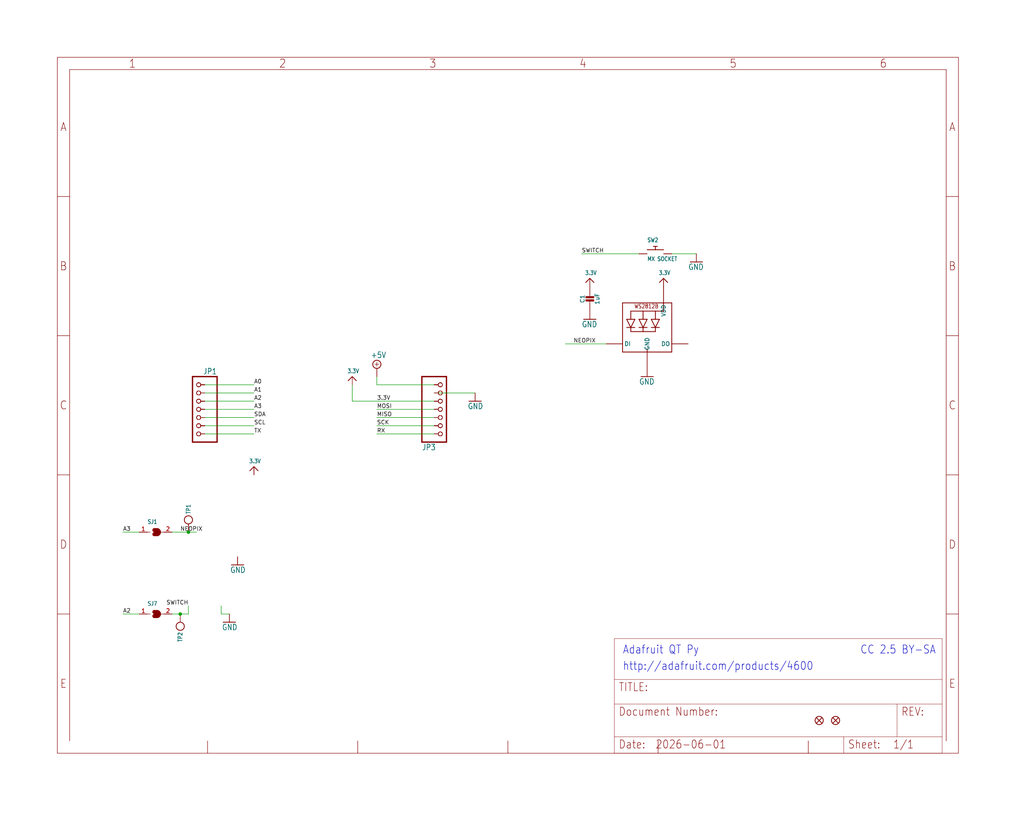
<source format=kicad_sch>
(kicad_sch (version 20230121) (generator eeschema)
  (paper "User" 317.5 254.127)
  (lib_symbols
    (symbol "working-eagle-import:+5V" (power)
      (property "Value" "+5V" (at -1.905 3.175 0))
      (symbol "+5V_1_0"
        (polyline (pts (xy -0.635 1.27) (xy 0.635 1.27)) (stroke (width 0.1524)))
        (polyline (pts (xy 0 0.635) (xy 0 1.905)) (stroke (width 0.1524)))
        (circle (center 0 1.27) (radius 1.27) (stroke (width 0.254)))
        (pin power_in line (at 0 -2.54 90) (length 2.54) (name "+5V") (number "1"))
      )
    )
    (symbol "working-eagle-import:3.3V" (power)
      (property "Value" "3.3V" (at -1.524 1.016 0))
      (symbol "3.3V_1_0"
        (polyline (pts (xy -1.27 -1.27) (xy 0 0)) (stroke (width 0.254)))
        (polyline (pts (xy 0 0) (xy 1.27 -1.27)) (stroke (width 0.254)))
        (pin power_in line (at 0 -2.54 90) (length 2.54) (name "3.3V") (number "1"))
      )
    )
    (symbol "working-eagle-import:CAP_CERAMIC0603_NO"
      (property "Reference" "C" (at -2.29 1.25 90))
      (symbol "CAP_CERAMIC0603_NO_1_0"
        (rectangle (start -1.27 0.508) (end 1.27 1.016) (fill (type outline)))
        (rectangle (start -1.27 1.524) (end 1.27 2.032) (fill (type outline)))
        (polyline (pts (xy 0 0.762) (xy 0 0)) (stroke (width 0.1524)))
        (polyline (pts (xy 0 2.54) (xy 0 1.778)) (stroke (width 0.1524)))
        (pin passive line (at 0 5.08 270) (length 2.54) (name "1") (number "1"))
        (pin passive line (at 0 -2.54 90) (length 2.54) (name "2") (number "2"))
      )
    )
    (symbol "working-eagle-import:FIDUCIAL_1MM"
      (symbol "FIDUCIAL_1MM_1_0"
        (polyline (pts (xy -0.762 0.762) (xy 0.762 -0.762)) (stroke (width 0.254)))
        (polyline (pts (xy 0.762 0.762) (xy -0.762 -0.762)) (stroke (width 0.254)))
        (circle (center 0 0) (radius 1.27) (stroke (width 0.254)))
      )
    )
    (symbol "working-eagle-import:FRAME_A_L"
      (symbol "FRAME_A_L_1_0"
        (polyline (pts (xy 0 43.18) (xy 3.81 43.18)))
        (polyline (pts (xy 0 86.36) (xy 3.81 86.36)))
        (polyline (pts (xy 0 129.54) (xy 3.81 129.54)))
        (polyline (pts (xy 0 172.72) (xy 3.81 172.72)))
        (polyline (pts (xy 3.81 3.81) (xy 3.81 212.09)))
        (polyline (pts (xy 46.5667 0) (xy 46.5667 3.81)))
        (polyline (pts (xy 93.1333 0) (xy 93.1333 3.81)))
        (polyline (pts (xy 139.7 0) (xy 139.7 3.81)))
        (polyline (pts (xy 186.2667 0) (xy 186.2667 3.81)))
        (polyline (pts (xy 232.8333 0) (xy 232.8333 3.81)))
        (polyline (pts (xy 275.59 3.81) (xy 275.59 212.09)))
        (polyline (pts (xy 275.59 43.18) (xy 279.4 43.18)))
        (polyline (pts (xy 275.59 86.36) (xy 279.4 86.36)))
        (polyline (pts (xy 275.59 129.54) (xy 279.4 129.54)))
        (polyline (pts (xy 275.59 172.72) (xy 279.4 172.72)))
        (polyline (pts (xy 275.59 212.09) (xy 3.81 212.09)))
        (polyline (pts (xy 0 0) (xy 279.4 0) (xy 279.4 215.9) (xy 0 215.9) (xy 0 0)))
        (text "1" (at 23.2833 213.995 0) (effects (font (size 2.54 2.286))))
        (text "2" (at 69.85 213.995 0) (effects (font (size 2.54 2.286))))
        (text "3" (at 116.4167 213.995 0) (effects (font (size 2.54 2.286))))
        (text "4" (at 162.9833 213.995 0) (effects (font (size 2.54 2.286))))
        (text "5" (at 209.55 213.995 0) (effects (font (size 2.54 2.286))))
        (text "6" (at 256.1167 213.995 0) (effects (font (size 2.54 2.286))))
        (text "A" (at 1.905 194.31 0) (effects (font (size 2.54 2.286))))
        (text "A" (at 277.495 194.31 0) (effects (font (size 2.54 2.286))))
        (text "B" (at 1.905 151.13 0) (effects (font (size 2.54 2.286))))
        (text "B" (at 277.495 151.13 0) (effects (font (size 2.54 2.286))))
        (text "C" (at 1.905 107.95 0) (effects (font (size 2.54 2.286))))
        (text "C" (at 277.495 107.95 0) (effects (font (size 2.54 2.286))))
        (text "D" (at 1.905 64.77 0) (effects (font (size 2.54 2.286))))
        (text "D" (at 277.495 64.77 0) (effects (font (size 2.54 2.286))))
        (text "E" (at 1.905 21.59 0) (effects (font (size 2.54 2.286))))
        (text "E" (at 277.495 21.59 0) (effects (font (size 2.54 2.286))))
      )
      (symbol "FRAME_A_L_2_0"
        (polyline (pts (xy 0 0) (xy 0 5.08)) (stroke (width 0.1016)))
        (polyline (pts (xy 0 0) (xy 71.12 0)) (stroke (width 0.1016)))
        (polyline (pts (xy 0 5.08) (xy 0 15.24)) (stroke (width 0.1016)))
        (polyline (pts (xy 0 5.08) (xy 71.12 5.08)) (stroke (width 0.1016)))
        (polyline (pts (xy 0 15.24) (xy 0 22.86)) (stroke (width 0.1016)))
        (polyline (pts (xy 0 22.86) (xy 0 35.56)) (stroke (width 0.1016)))
        (polyline (pts (xy 0 22.86) (xy 101.6 22.86)) (stroke (width 0.1016)))
        (polyline (pts (xy 71.12 0) (xy 101.6 0)) (stroke (width 0.1016)))
        (polyline (pts (xy 71.12 5.08) (xy 71.12 0)) (stroke (width 0.1016)))
        (polyline (pts (xy 71.12 5.08) (xy 87.63 5.08)) (stroke (width 0.1016)))
        (polyline (pts (xy 87.63 5.08) (xy 101.6 5.08)) (stroke (width 0.1016)))
        (polyline (pts (xy 87.63 15.24) (xy 0 15.24)) (stroke (width 0.1016)))
        (polyline (pts (xy 87.63 15.24) (xy 87.63 5.08)) (stroke (width 0.1016)))
        (polyline (pts (xy 101.6 5.08) (xy 101.6 0)) (stroke (width 0.1016)))
        (polyline (pts (xy 101.6 15.24) (xy 87.63 15.24)) (stroke (width 0.1016)))
        (polyline (pts (xy 101.6 15.24) (xy 101.6 5.08)) (stroke (width 0.1016)))
        (polyline (pts (xy 101.6 22.86) (xy 101.6 15.24)) (stroke (width 0.1016)))
        (polyline (pts (xy 101.6 35.56) (xy 0 35.56)) (stroke (width 0.1016)))
        (polyline (pts (xy 101.6 35.56) (xy 101.6 22.86)) (stroke (width 0.1016)))
        (text "${#}/${##}" (at 86.36 1.27 0) (effects (font (size 2.54 2.159)) (justify left bottom)))
        (text "${CURRENT_DATE}" (at 12.7 1.27 0) (effects (font (size 2.54 2.159)) (justify left bottom)))
        (text "${PROJECTNAME}" (at 17.78 19.05 0) (effects (font (size 2.54 2.159)) (justify left bottom)))
        (text "Date:" (at 1.27 1.27 0) (effects (font (size 2.54 2.159)) (justify left bottom)))
        (text "Document Number:" (at 1.27 11.43 0) (effects (font (size 2.54 2.159)) (justify left bottom)))
        (text "REV:" (at 88.9 11.43 0) (effects (font (size 2.54 2.159)) (justify left bottom)))
        (text "Sheet:" (at 72.39 1.27 0) (effects (font (size 2.54 2.159)) (justify left bottom)))
        (text "TITLE:" (at 1.27 19.05 0) (effects (font (size 2.54 2.159)) (justify left bottom)))
      )
    )
    (symbol "working-eagle-import:GND" (power)
      (property "Value" "GND" (at -2.54 -2.54 0))
      (symbol "GND_1_0"
        (polyline (pts (xy -1.905 0) (xy 1.905 0)) (stroke (width 0.254)))
        (pin power_in line (at 0 2.54 270) (length 2.54) (name "GND") (number "1"))
      )
    )
    (symbol "working-eagle-import:HEADER-1X7_CASTEL"
      (property "Reference" "JP" (at -6.35 10.795 0))
      (symbol "HEADER-1X7_CASTEL_1_0"
        (polyline (pts (xy -6.35 -10.16) (xy 1.27 -10.16)) (stroke (width 0.4064)))
        (polyline (pts (xy -6.35 10.16) (xy -6.35 -10.16)) (stroke (width 0.4064)))
        (polyline (pts (xy 1.27 -10.16) (xy 1.27 10.16)) (stroke (width 0.4064)))
        (polyline (pts (xy 1.27 10.16) (xy -6.35 10.16)) (stroke (width 0.4064)))
        (pin passive inverted (at -2.54 7.62 0) (length 2.54) (name "1") (number "1"))
        (pin passive inverted (at -2.54 7.62 0) (length 2.54) (name "1") (number "1C"))
        (pin passive inverted (at -2.54 5.08 0) (length 2.54) (name "2") (number "2"))
        (pin passive inverted (at -2.54 5.08 0) (length 2.54) (name "2") (number "2C"))
        (pin passive inverted (at -2.54 2.54 0) (length 2.54) (name "3") (number "3"))
        (pin passive inverted (at -2.54 2.54 0) (length 2.54) (name "3") (number "3C"))
        (pin passive inverted (at -2.54 0 0) (length 2.54) (name "4") (number "4"))
        (pin passive inverted (at -2.54 0 0) (length 2.54) (name "4") (number "4C"))
        (pin passive inverted (at -2.54 -2.54 0) (length 2.54) (name "5") (number "5"))
        (pin passive inverted (at -2.54 -2.54 0) (length 2.54) (name "5") (number "5C"))
        (pin passive inverted (at -2.54 -5.08 0) (length 2.54) (name "6") (number "6"))
        (pin passive inverted (at -2.54 -5.08 0) (length 2.54) (name "6") (number "6C"))
        (pin passive inverted (at -2.54 -7.62 0) (length 2.54) (name "7") (number "7"))
        (pin passive inverted (at -2.54 -7.62 0) (length 2.54) (name "7") (number "7C"))
      )
    )
    (symbol "working-eagle-import:SOLDERJUMPERCLOSED"
      (property "Reference" "SJ" (at -2.54 2.54 0))
      (symbol "SOLDERJUMPERCLOSED_1_0"
        (arc (start -0.381 -0.635) (mid 0.2541 -0.0001) (end -0.3808 0.635) (stroke (width 1.27)))
        (polyline (pts (xy -2.54 0) (xy -1.651 0)) (stroke (width 0.1524)))
        (polyline (pts (xy 2.54 0) (xy 1.651 0)) (stroke (width 0.1524)))
        (arc (start 0.3808 -0.635) (mid 1.0132 -0.0001) (end 0.381 0.635) (stroke (width 1.27)))
        (pin passive line (at -5.08 0 0) (length 2.54) (name "1") (number "1"))
        (pin passive line (at 5.08 0 180) (length 2.54) (name "2") (number "2"))
      )
    )
    (symbol "working-eagle-import:SWITCH_PUSHBUTTON_KAILH_SOCKET"
      (property "Reference" "SW" (at -2.54 3.556 0))
      (symbol "SWITCH_PUSHBUTTON_KAILH_SOCKET_1_0"
        (polyline (pts (xy -2.54 1.27) (xy 0 1.27)) (stroke (width 0.254)))
        (polyline (pts (xy -0.635 2.286) (xy 0 2.286)) (stroke (width 0.254)))
        (polyline (pts (xy 0 1.27) (xy 0 2.286)) (stroke (width 0.254)))
        (polyline (pts (xy 0 1.27) (xy 2.54 1.27)) (stroke (width 0.254)))
        (polyline (pts (xy 0 2.286) (xy 0.635 2.286)) (stroke (width 0.254)))
        (pin passive line (at -5.08 0 0) (length 2.54) (name "P$1") (number "1"))
        (pin passive line (at 5.08 0 180) (length 2.54) (name "P$2") (number "2"))
      )
    )
    (symbol "working-eagle-import:TESTPOINT1.5X2.0MM_NOCREAM"
      (property "Reference" "TP" (at 0 5.588 90))
      (symbol "TESTPOINT1.5X2.0MM_NOCREAM_1_0"
        (circle (center 0 3.81) (radius 1.27) (stroke (width 0.254)))
        (pin bidirectional line (at 0 0 90) (length 2.54) (name "P$1") (number "P$1"))
      )
    )
    (symbol "working-eagle-import:WS2812B_SK6812E"
      (symbol "WS2812B_SK6812E_1_0"
        (polyline (pts (xy -7.62 -5.08) (xy 0 -5.08)) (stroke (width 0.254)))
        (polyline (pts (xy -7.62 -2.54) (xy -7.62 -5.08)) (stroke (width 0.254)))
        (polyline (pts (xy -7.62 10.16) (xy -7.62 -2.54)) (stroke (width 0.254)))
        (polyline (pts (xy -6.35 2.54) (xy -5.08 2.54)) (stroke (width 0.254)))
        (polyline (pts (xy -6.35 5.08) (xy -5.08 5.08)) (stroke (width 0.254)))
        (polyline (pts (xy -5.08 2.54) (xy -6.35 5.08)) (stroke (width 0.254)))
        (polyline (pts (xy -5.08 2.54) (xy -5.08 1.27)) (stroke (width 0.254)))
        (polyline (pts (xy -5.08 2.54) (xy -3.81 5.08)) (stroke (width 0.254)))
        (polyline (pts (xy -5.08 5.08) (xy -3.81 5.08)) (stroke (width 0.254)))
        (polyline (pts (xy -5.08 7.62) (xy -5.08 5.08)) (stroke (width 0.254)))
        (polyline (pts (xy -3.81 2.54) (xy -5.08 2.54)) (stroke (width 0.254)))
        (polyline (pts (xy -2.54 2.54) (xy -1.27 2.54)) (stroke (width 0.254)))
        (polyline (pts (xy -2.54 5.08) (xy 0 5.08)) (stroke (width 0.254)))
        (polyline (pts (xy -1.27 1.27) (xy -5.08 1.27)) (stroke (width 0.254)))
        (polyline (pts (xy -1.27 2.54) (xy -2.54 5.08)) (stroke (width 0.254)))
        (polyline (pts (xy -1.27 2.54) (xy -1.27 1.27)) (stroke (width 0.254)))
        (polyline (pts (xy -1.27 2.54) (xy 0 2.54)) (stroke (width 0.254)))
        (polyline (pts (xy -1.27 5.08) (xy -1.27 7.62)) (stroke (width 0.254)))
        (polyline (pts (xy -1.27 7.62) (xy -5.08 7.62)) (stroke (width 0.254)))
        (polyline (pts (xy 0 -5.08) (xy 7.62 -5.08)) (stroke (width 0.254)))
        (polyline (pts (xy 0 -4.064) (xy 0 -5.08)) (stroke (width 0.254)))
        (polyline (pts (xy 0 5.08) (xy -1.27 2.54)) (stroke (width 0.254)))
        (polyline (pts (xy 1.27 5.08) (xy 2.54 2.54)) (stroke (width 0.254)))
        (polyline (pts (xy 1.27 5.08) (xy 2.54 5.08)) (stroke (width 0.254)))
        (polyline (pts (xy 2.54 1.27) (xy -1.27 1.27)) (stroke (width 0.254)))
        (polyline (pts (xy 2.54 2.54) (xy 1.27 2.54)) (stroke (width 0.254)))
        (polyline (pts (xy 2.54 2.54) (xy 2.54 1.27)) (stroke (width 0.254)))
        (polyline (pts (xy 2.54 2.54) (xy 3.81 2.54)) (stroke (width 0.254)))
        (polyline (pts (xy 2.54 2.54) (xy 3.81 5.08)) (stroke (width 0.254)))
        (polyline (pts (xy 2.54 5.08) (xy 2.54 7.62)) (stroke (width 0.254)))
        (polyline (pts (xy 2.54 7.62) (xy -1.27 7.62)) (stroke (width 0.254)))
        (polyline (pts (xy 2.54 7.62) (xy 5.08 7.62)) (stroke (width 0.254)))
        (polyline (pts (xy 3.81 5.08) (xy 2.54 5.08)) (stroke (width 0.254)))
        (polyline (pts (xy 5.08 10.16) (xy -7.62 10.16)) (stroke (width 0.254)))
        (polyline (pts (xy 5.08 10.16) (xy 5.08 7.62)) (stroke (width 0.254)))
        (polyline (pts (xy 7.62 -5.08) (xy 7.62 -2.54)) (stroke (width 0.254)))
        (polyline (pts (xy 7.62 -2.54) (xy 7.62 10.16)) (stroke (width 0.254)))
        (polyline (pts (xy 7.62 10.16) (xy 5.08 10.16)) (stroke (width 0.254)))
        (text "WS2812B" (at -4.064 8.382 0) (effects (font (size 1.27 1.0795)) (justify left bottom)))
        (pin power_in line (at 5.08 15.24 270) (length 5.08) (name "VDD") (number "1-VDD"))
        (pin output line (at 12.7 -2.54 180) (length 5.08) (name "DO") (number "2-DOUT"))
        (pin power_in line (at 0 -10.16 90) (length 5.08) (name "GND") (number "3-GND"))
        (pin input line (at -12.7 -2.54 0) (length 5.08) (name "DI") (number "4-DIN"))
      )
    )
  )
  (junction (at 58.42 165.1))
  (junction (at 55.88 190.5))
  (wire (pts (xy 58.42 165.1) (xy 53.34 165.1)) (stroke (width 0.1524)))
  (wire (pts (xy 60.96 165.1) (xy 58.42 165.1)) (stroke (width 0.1524)))
  (wire (pts (xy 116.84 127) (xy 134.62 127)) (stroke (width 0.1524)))
  (wire (pts (xy 63.5 132.08) (xy 78.74 132.08)) (stroke (width 0.1524)))
  (wire (pts (xy 187.96 106.68) (xy 175.26 106.68)) (stroke (width 0.1524)))
  (wire (pts (xy 43.18 190.5) (xy 38.1 190.5)) (stroke (width 0.1524)))
  (wire (pts (xy 134.62 124.46) (xy 109.22 124.46)) (stroke (width 0.1524)))
  (wire (pts (xy 68.58 187.96) (xy 68.58 190.5)) (stroke (width 0.1524)))
  (wire (pts (xy 134.62 119.38) (xy 116.84 119.38)) (stroke (width 0.1524)))
  (wire (pts (xy 55.88 190.5) (xy 53.34 190.5)) (stroke (width 0.1524)))
  (wire (pts (xy 78.74 129.54) (xy 63.5 129.54)) (stroke (width 0.1524)))
  (wire (pts (xy 78.74 124.46) (xy 63.5 124.46)) (stroke (width 0.1524)))
  (wire (pts (xy 68.58 190.5) (xy 71.12 190.5)) (stroke (width 0.1524)))
  (wire (pts (xy 63.5 127) (xy 78.74 127)) (stroke (width 0.1524)))
  (wire (pts (xy 116.84 132.08) (xy 134.62 132.08)) (stroke (width 0.1524)))
  (wire (pts (xy 116.84 119.38) (xy 116.84 116.84)) (stroke (width 0.1524)))
  (wire (pts (xy 109.22 124.46) (xy 109.22 119.38)) (stroke (width 0.1524)))
  (wire (pts (xy 58.42 187.96) (xy 58.42 190.5)) (stroke (width 0.1524)))
  (wire (pts (xy 43.18 165.1) (xy 38.1 165.1)) (stroke (width 0.1524)))
  (wire (pts (xy 134.62 129.54) (xy 116.84 129.54)) (stroke (width 0.1524)))
  (wire (pts (xy 215.9 78.74) (xy 208.28 78.74)) (stroke (width 0.1524)))
  (wire (pts (xy 134.62 121.92) (xy 147.32 121.92)) (stroke (width 0.1524)))
  (wire (pts (xy 58.42 190.5) (xy 55.88 190.5)) (stroke (width 0.1524)))
  (wire (pts (xy 63.5 119.38) (xy 78.74 119.38)) (stroke (width 0.1524)))
  (wire (pts (xy 78.74 134.62) (xy 63.5 134.62)) (stroke (width 0.1524)))
  (wire (pts (xy 63.5 121.92) (xy 78.74 121.92)) (stroke (width 0.1524)))
  (wire (pts (xy 134.62 134.62) (xy 116.84 134.62)) (stroke (width 0.1524)))
  (wire (pts (xy 198.12 78.74) (xy 180.34 78.74)) (stroke (width 0.1524)))
  (text "CC 2.5 BY-SA" (at 266.7 203.2 0) (effects (font (size 2.54 2.159)) (justify left bottom)))
  (text "Adafruit QT Py" (at 193.04 203.2 0) (effects (font (size 2.54 2.159)) (justify left bottom)))
  (text "http://adafruit.com/products/4600" (at 193.04 208.28 0) (effects (font (size 2.54 2.159)) (justify left bottom)))
  (label "SWITCH" (at 58.42 187.96 180) (effects (font (size 1.2446 1.2446))))
  (label "A3" (at 78.74 127 0) (effects (font (size 1.2446 1.2446))))
  (label "RX" (at 116.84 134.62 0) (effects (font (size 1.2446 1.2446))))
  (label "NEOPIX" (at 177.8 106.68 0) (effects (font (size 1.2446 1.2446))))
  (label "SCK" (at 116.84 132.08 0) (effects (font (size 1.2446 1.2446))))
  (label "A1" (at 78.74 121.92 0) (effects (font (size 1.2446 1.2446))))
  (label "A0" (at 78.74 119.38 0) (effects (font (size 1.2446 1.2446))))
  (label "MOSI" (at 116.84 127 0) (effects (font (size 1.2446 1.2446))))
  (label "SCL" (at 78.74 132.08 0) (effects (font (size 1.2446 1.2446))))
  (label "SDA" (at 78.74 129.54 0) (effects (font (size 1.2446 1.2446))))
  (label "SWITCH" (at 180.34 78.74 0) (effects (font (size 1.2446 1.2446))))
  (label "A2" (at 78.74 124.46 0) (effects (font (size 1.2446 1.2446))))
  (label "3.3V" (at 116.84 124.46 0) (effects (font (size 1.2446 1.2446))))
  (label "MISO" (at 116.84 129.54 0) (effects (font (size 1.2446 1.2446))))
  (label "A3" (at 38.1 165.1 0) (effects (font (size 1.2446 1.2446))))
  (label "A2" (at 38.1 190.5 0) (effects (font (size 1.2446 1.2446))))
  (label "NEOPIX" (at 55.88 165.1 0) (effects (font (size 1.2446 1.2446))))
  (label "TX" (at 78.74 134.62 0) (effects (font (size 1.2446 1.2446))))
  (symbol (lib_id "working-eagle-import:TESTPOINT1.5X2.0MM_NOCREAM") (at 55.88 190.5 180) (unit 1)
    (property "Reference" "TP2" (at 55.88 196.088 90) (effects (font (size 1.27 1.0795)) (justify left)))
    (property "Value" "TESTPOINT1.5X2.0MM_NOCREAM" (effects hide))
    (property "Footprint" "working:PAD-1.5X2.0" (effects hide))
  )
  (symbol (lib_id "working-eagle-import:+5V") (at 116.84 114.3 0) (unit 1)
    (property "Reference" "#SUPPLY3" (effects hide))
    (property "Value" "+5V" (at 114.935 111.125 0) (effects (font (size 1.778 1.5113)) (justify left bottom)))
  )
  (symbol (lib_id "working-eagle-import:SWITCH_PUSHBUTTON_KAILH_SOCKET") (at 203.2 78.74 0) (unit 1)
    (property "Reference" "SW2" (at 200.66 75.184 0) (effects (font (size 1.27 1.0795)) (justify left bottom)))
    (property "Value" "MX SOCKET" (at 200.66 81.026 0) (effects (font (size 1.27 1.0795)) (justify left bottom)))
    (property "Footprint" "working:KAILH_SOCKET" (effects hide))
    (property "XOFFSET" "-.75" (effects hide))
  )
  (symbol (lib_id "working-eagle-import:FIDUCIAL_1MM") (at 259.08 223.52 0) (unit 1)
    (property "Reference" "U$6" (effects hide))
    (property "Value" "FIDUCIAL_1MM" (effects hide))
    (property "Footprint" "working:FIDUCIAL_1MM" (effects hide))
  )
  (symbol (lib_id "working-eagle-import:SOLDERJUMPERCLOSED") (at 48.26 190.5 0) (unit 1)
    (property "Reference" "SJ7" (at 45.72 187.96 0) (effects (font (size 1.27 1.0795)) (justify left bottom)))
    (property "Value" "SOLDERJUMPERCLOSED" (effects hide))
    (property "Footprint" "working:SOLDERJUMPER_CLOSEDWIRE" (effects hide))
  )
  (symbol (lib_id "working-eagle-import:GND") (at 200.66 116.84 0) (unit 1)
    (property "Reference" "#GND4" (effects hide))
    (property "Value" "GND" (at 198.12 119.38 0) (effects (font (size 1.778 1.5113)) (justify left bottom)))
  )
  (symbol (lib_id "working-eagle-import:3.3V") (at 182.88 86.36 0) (unit 1)
    (property "Reference" "#U$9" (effects hide))
    (property "Value" "3.3V" (at 181.356 85.344 0) (effects (font (size 1.27 1.0795)) (justify left bottom)))
  )
  (symbol (lib_id "working-eagle-import:FRAME_A_L") (at 17.78 233.68 0) (unit 1)
    (property "Reference" "#FRAME1" (effects hide))
    (property "Value" "FRAME_A_L" (effects hide))
  )
  (symbol (lib_id "working-eagle-import:GND") (at 182.88 99.06 0) (unit 1)
    (property "Reference" "#GND6" (effects hide))
    (property "Value" "GND" (at 180.34 101.6 0) (effects (font (size 1.778 1.5113)) (justify left bottom)))
  )
  (symbol (lib_id "working-eagle-import:GND") (at 73.66 175.26 0) (mirror y) (unit 1)
    (property "Reference" "#GND1" (effects hide))
    (property "Value" "GND" (at 76.2 177.8 0) (effects (font (size 1.778 1.5113)) (justify left bottom)))
  )
  (symbol (lib_id "working-eagle-import:GND") (at 215.9 81.28 0) (unit 1)
    (property "Reference" "#GND5" (effects hide))
    (property "Value" "GND" (at 213.36 83.82 0) (effects (font (size 1.778 1.5113)) (justify left bottom)))
  )
  (symbol (lib_id "working-eagle-import:SOLDERJUMPERCLOSED") (at 48.26 165.1 0) (unit 1)
    (property "Reference" "SJ1" (at 45.72 162.56 0) (effects (font (size 1.27 1.0795)) (justify left bottom)))
    (property "Value" "SOLDERJUMPERCLOSED" (effects hide))
    (property "Footprint" "working:SOLDERJUMPER_CLOSEDWIRE" (effects hide))
  )
  (symbol (lib_id "working-eagle-import:TESTPOINT1.5X2.0MM_NOCREAM") (at 58.42 165.1 0) (unit 1)
    (property "Reference" "TP1" (at 58.42 159.512 90) (effects (font (size 1.27 1.0795)) (justify left)))
    (property "Value" "TESTPOINT1.5X2.0MM_NOCREAM" (effects hide))
    (property "Footprint" "working:PAD-1.5X2.0" (effects hide))
  )
  (symbol (lib_id "working-eagle-import:GND") (at 147.32 124.46 0) (mirror y) (unit 1)
    (property "Reference" "#GND2" (effects hide))
    (property "Value" "GND" (at 149.86 127 0) (effects (font (size 1.778 1.5113)) (justify left bottom)))
  )
  (symbol (lib_id "working-eagle-import:HEADER-1X7_CASTEL") (at 60.96 127 0) (mirror y) (unit 1)
    (property "Reference" "JP1" (at 67.31 116.205 0) (effects (font (size 1.778 1.5113)) (justify left bottom)))
    (property "Value" "HEADER-1X7_CASTEL" (effects hide))
    (property "Footprint" "working:1X07_CASTEL" (effects hide))
  )
  (symbol (lib_id "working-eagle-import:3.3V") (at 78.74 144.78 0) (unit 1)
    (property "Reference" "#U$1" (effects hide))
    (property "Value" "3.3V" (at 77.216 143.764 0) (effects (font (size 1.27 1.0795)) (justify left bottom)))
  )
  (symbol (lib_id "working-eagle-import:FRAME_A_L") (at 190.5 233.68 0) (unit 2)
    (property "Reference" "#FRAME1" (effects hide))
    (property "Value" "FRAME_A_L" (effects hide))
  )
  (symbol (lib_id "working-eagle-import:3.3V") (at 109.22 116.84 0) (unit 1)
    (property "Reference" "#U$4" (effects hide))
    (property "Value" "3.3V" (at 107.696 115.824 0) (effects (font (size 1.27 1.0795)) (justify left bottom)))
  )
  (symbol (lib_id "working-eagle-import:GND") (at 71.12 193.04 0) (mirror y) (unit 1)
    (property "Reference" "#GND3" (effects hide))
    (property "Value" "GND" (at 73.66 195.58 0) (effects (font (size 1.778 1.5113)) (justify left bottom)))
  )
  (symbol (lib_id "working-eagle-import:WS2812B_SK6812E") (at 200.66 104.14 0) (unit 1)
    (property "Reference" "LED2" (effects hide))
    (property "Value" "WS2812B_SK6812E" (effects hide))
    (property "Footprint" "working:NEO3535_REVERSE" (effects hide))
  )
  (symbol (lib_id "working-eagle-import:3.3V") (at 205.74 86.36 0) (unit 1)
    (property "Reference" "#U$10" (effects hide))
    (property "Value" "3.3V" (at 204.216 85.344 0) (effects (font (size 1.27 1.0795)) (justify left bottom)))
  )
  (symbol (lib_id "working-eagle-import:CAP_CERAMIC0603_NO") (at 182.88 93.98 0) (unit 1)
    (property "Reference" "C1" (at 180.59 92.73 90))
    (property "Value" "1uF" (at 185.18 92.73 90))
    (property "Footprint" "working:0603-NO" (effects hide))
  )
  (symbol (lib_id "working-eagle-import:HEADER-1X7_CASTEL") (at 137.16 127 0) (mirror x) (unit 1)
    (property "Reference" "JP3" (at 130.81 137.795 0) (effects (font (size 1.778 1.5113)) (justify left bottom)))
    (property "Value" "HEADER-1X7_CASTEL" (effects hide))
    (property "Footprint" "working:1X07_CASTEL" (effects hide))
  )
  (symbol (lib_id "working-eagle-import:FIDUCIAL_1MM") (at 254 223.52 0) (unit 1)
    (property "Reference" "U$8" (effects hide))
    (property "Value" "FIDUCIAL_1MM" (effects hide))
    (property "Footprint" "working:FIDUCIAL_1MM" (effects hide))
  )
)
</source>
